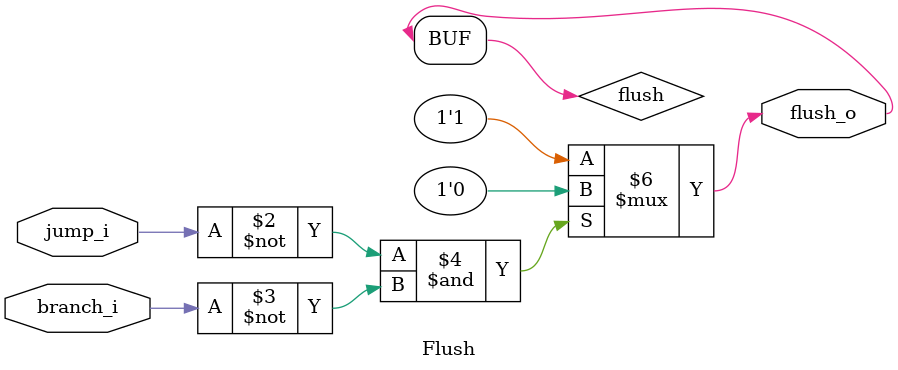
<source format=v>
module Flush
(
	jump_i,
	branch_i,
	flush_o
);

input	jump_i, branch_i;
output	flush_o;

reg flush;

assign flush_o = flush;



always @ (*)
begin
	if ((jump_i == 1'b0) & (branch_i == 1'b0))
		flush = 1'b0;
	else
		flush = 1'b1;
end

endmodule
</source>
